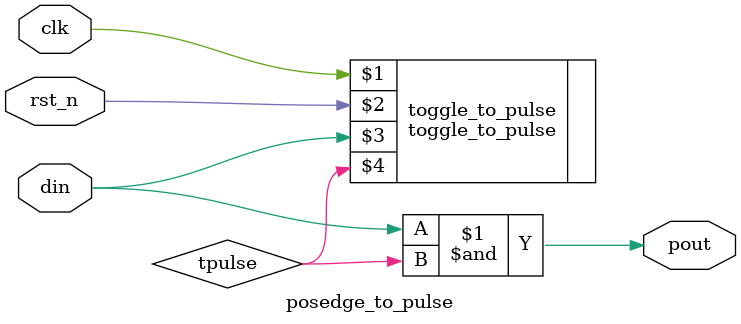
<source format=v>
module posedge_to_pulse (clk, rst_n, din, pout);
   input clk, rst_n, din;
   output pout;

   wire   tpulse;
   toggle_to_pulse toggle_to_pulse (clk, rst_n, din, tpulse);

   assign pout = din & tpulse;
endmodule

</source>
